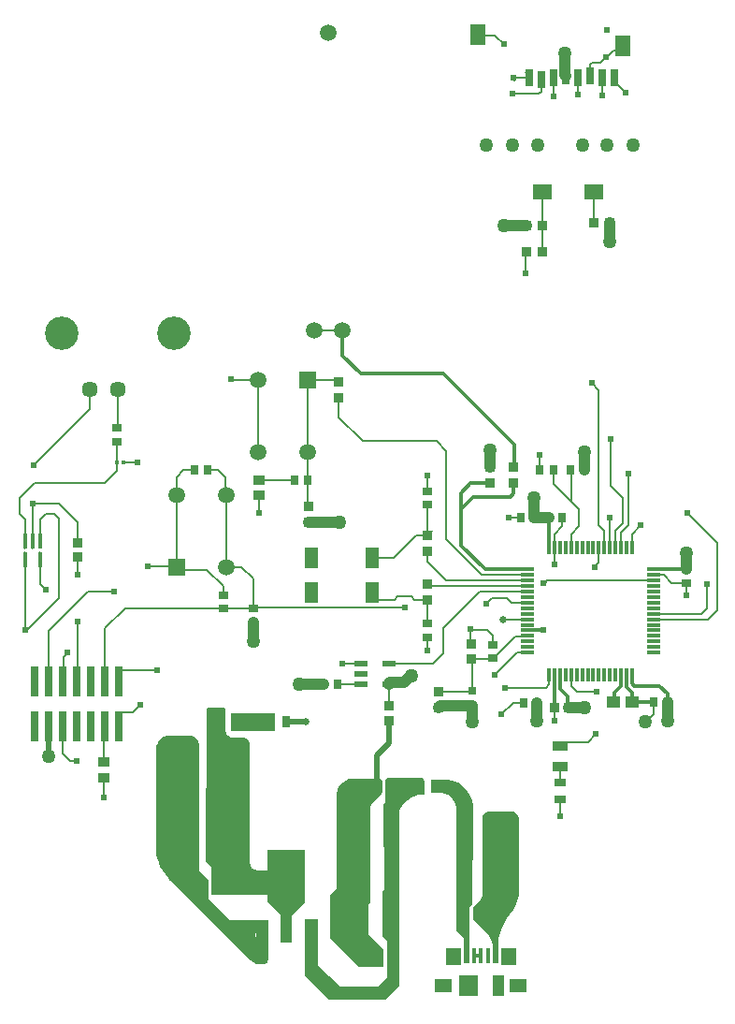
<source format=gtl>
G04*
G04 #@! TF.GenerationSoftware,Altium Limited,Altium Designer,23.8.1 (32)*
G04*
G04 Layer_Physical_Order=1*
G04 Layer_Color=255*
%FSLAX25Y25*%
%MOIN*%
G70*
G04*
G04 #@! TF.SameCoordinates,E8196DF9-6BE1-4897-A204-F033BB6E7C32*
G04*
G04*
G04 #@! TF.FilePolarity,Positive*
G04*
G01*
G75*
%ADD10C,0.00787*%
%ADD15R,0.02913X0.10984*%
%ADD16R,0.01417X0.01260*%
%ADD17R,0.03740X0.03150*%
%ADD18R,0.05512X0.07480*%
%ADD19R,0.07087X0.05512*%
%ADD20R,0.03150X0.05906*%
%ADD21R,0.04724X0.01181*%
%ADD22R,0.01181X0.04724*%
%ADD23R,0.01181X0.04724*%
%ADD24R,0.03347X0.03543*%
%ADD25R,0.03591X0.03772*%
%ADD26R,0.04134X0.03543*%
%ADD27R,0.02953X0.03543*%
%ADD28R,0.03788X0.03681*%
%ADD29R,0.03772X0.03591*%
%ADD30R,0.03681X0.03788*%
%ADD31R,0.03543X0.02953*%
%ADD32R,0.03150X0.03740*%
%ADD33R,0.04724X0.10630*%
%ADD34R,0.04882X0.10748*%
%ADD35R,0.03543X0.05512*%
%ADD36R,0.02953X0.03937*%
G04:AMPARAMS|DCode=37|XSize=35.43mil|YSize=68.9mil|CornerRadius=1.95mil|HoleSize=0mil|Usage=FLASHONLY|Rotation=180.000|XOffset=0mil|YOffset=0mil|HoleType=Round|Shape=RoundedRectangle|*
%AMROUNDEDRECTD37*
21,1,0.03543,0.06500,0,0,180.0*
21,1,0.03154,0.06890,0,0,180.0*
1,1,0.00390,-0.01577,0.03250*
1,1,0.00390,0.01577,0.03250*
1,1,0.00390,0.01577,-0.03250*
1,1,0.00390,-0.01577,-0.03250*
%
%ADD37ROUNDEDRECTD37*%
G04:AMPARAMS|DCode=38|XSize=125.98mil|YSize=68.9mil|CornerRadius=2.07mil|HoleSize=0mil|Usage=FLASHONLY|Rotation=180.000|XOffset=0mil|YOffset=0mil|HoleType=Round|Shape=RoundedRectangle|*
%AMROUNDEDRECTD38*
21,1,0.12598,0.06476,0,0,180.0*
21,1,0.12185,0.06890,0,0,180.0*
1,1,0.00413,-0.06093,0.03238*
1,1,0.00413,0.06093,0.03238*
1,1,0.00413,0.06093,-0.03238*
1,1,0.00413,-0.06093,-0.03238*
%
%ADD38ROUNDEDRECTD38*%
%ADD39R,0.01772X0.05433*%
%ADD40R,0.05610X0.06102*%
%ADD41R,0.03937X0.07480*%
%ADD42R,0.07087X0.07480*%
%ADD43R,0.06496X0.05118*%
%ADD44R,0.03543X0.03347*%
%ADD45R,0.01480X0.05764*%
G04:AMPARAMS|DCode=46|XSize=57.64mil|YSize=14.8mil|CornerRadius=7.4mil|HoleSize=0mil|Usage=FLASHONLY|Rotation=270.000|XOffset=0mil|YOffset=0mil|HoleType=Round|Shape=RoundedRectangle|*
%AMROUNDEDRECTD46*
21,1,0.05764,0.00000,0,0,270.0*
21,1,0.04284,0.01480,0,0,270.0*
1,1,0.01480,0.00000,-0.02142*
1,1,0.01480,0.00000,0.02142*
1,1,0.01480,0.00000,0.02142*
1,1,0.01480,0.00000,-0.02142*
%
%ADD46ROUNDEDRECTD46*%
%ADD47R,0.05118X0.07480*%
%ADD48R,0.02559X0.02756*%
%ADD49R,0.04921X0.04331*%
%ADD50R,0.04724X0.02362*%
%ADD51R,0.02756X0.02559*%
%ADD52R,0.05512X0.03543*%
%ADD53R,0.03937X0.02953*%
%ADD77C,0.03937*%
%ADD78C,0.01968*%
%ADD79C,0.01181*%
%ADD80C,0.05693*%
%ADD81C,0.11870*%
%ADD82C,0.05984*%
%ADD83C,0.05906*%
%ADD84R,0.05906X0.05906*%
%ADD85C,0.05000*%
%ADD86C,0.02400*%
%ADD87C,0.02500*%
G36*
X362992Y241732D02*
X347244D01*
Y248031D01*
X362992D01*
Y241732D01*
D02*
G37*
G36*
X332283Y240158D02*
X332632Y240158D01*
X333317Y240021D01*
X333962Y239754D01*
X334542Y239366D01*
X335036Y238873D01*
X335423Y238293D01*
X335691Y237648D01*
X335804Y237079D01*
X335827Y236616D01*
Y236614D01*
X335827Y236614D01*
X335827Y236614D01*
Y192126D01*
X339370Y188583D01*
Y181890D01*
X346850Y174409D01*
X360630D01*
X360630Y160630D01*
X360630Y160238D01*
X360330Y159515D01*
X359776Y158961D01*
X359122Y158690D01*
X358661Y158661D01*
X358661Y158661D01*
Y158661D01*
X357806D01*
X357261Y158661D01*
X356190Y158874D01*
X355182Y159292D01*
X354275Y159898D01*
X353889Y160284D01*
X353889Y160284D01*
X325340Y188833D01*
X324763Y189410D01*
X323727Y190673D01*
X322820Y192030D01*
X322050Y193471D01*
X321425Y194979D01*
X320951Y196542D01*
X320633Y198143D01*
X320472Y199768D01*
Y200585D01*
X320472Y235039D01*
X320472Y235543D01*
X320669Y236532D01*
X321055Y237464D01*
X321615Y238302D01*
X322328Y239015D01*
X323166Y239575D01*
X324098Y239961D01*
X325086Y240157D01*
X325590Y240157D01*
X325591Y240158D01*
X332283Y240158D01*
D02*
G37*
G36*
X414961Y225197D02*
X415196Y225197D01*
X415630Y225017D01*
X415962Y224685D01*
X416048Y224477D01*
X416142Y224016D01*
X416142Y224016D01*
X416142Y224016D01*
X416142Y219070D01*
X415434Y219061D01*
X414030Y218889D01*
X412666Y218514D01*
X411371Y217945D01*
X410173Y217193D01*
X409098Y216274D01*
X408167Y215209D01*
X407402Y214019D01*
X407087Y213386D01*
X407087D01*
X407087Y213386D01*
X407087Y213386D01*
X407087Y212916D01*
X407087Y212895D01*
Y212346D01*
Y183858D01*
Y150787D01*
X402362Y146063D01*
X382283D01*
X373622Y154724D01*
Y174803D01*
X378346D01*
X378346Y158002D01*
X386225Y150787D01*
X399606D01*
X402756Y153937D01*
Y166929D01*
X401181Y168504D01*
Y184646D01*
X401968Y185433D01*
Y200394D01*
X401575Y200787D01*
X401575Y215748D01*
X402362Y216535D01*
X402362Y224016D01*
X402362Y224251D01*
X402542Y224685D01*
X402874Y225017D01*
X403308Y225197D01*
X403543D01*
X403543Y225197D01*
X414961Y225197D01*
D02*
G37*
G36*
X344488Y250000D02*
X344645Y250000D01*
X344934Y249880D01*
X345156Y249659D01*
X345276Y249369D01*
X345275Y249213D01*
X345275D01*
X345276Y242126D01*
X345289Y241856D01*
X345394Y241326D01*
X345601Y240827D01*
X345901Y240378D01*
X346283Y239996D01*
X346732Y239696D01*
X347231Y239489D01*
X347761Y239383D01*
X348031Y239370D01*
X351575Y239370D01*
X352045Y239370D01*
X352913Y239010D01*
X353577Y238346D01*
X353937Y237478D01*
X353937Y237008D01*
X353937Y237008D01*
X353937Y237008D01*
X353937Y235187D01*
X353937Y194882D01*
X353950Y194612D01*
X354056Y194082D01*
X354262Y193583D01*
X354562Y193133D01*
X354944Y192752D01*
X355394Y192451D01*
X355893Y192245D01*
X356423Y192139D01*
X356693Y192126D01*
X360236D01*
Y199213D01*
X373622D01*
Y194095D01*
Y180709D01*
X368898Y176207D01*
Y166535D01*
X364961D01*
Y176450D01*
X360236Y180709D01*
Y183465D01*
X340158D01*
Y193307D01*
X338189Y195276D01*
Y221260D01*
X338583Y221654D01*
Y249369D01*
X338703Y249659D01*
X338924Y249880D01*
X339213Y250000D01*
X339370D01*
X339370Y250000D01*
X344488Y250000D01*
D02*
G37*
G36*
X423228Y224409D02*
X424236Y224410D01*
X426214Y224016D01*
X428077Y223244D01*
X429753Y222124D01*
X431179Y220698D01*
X432300Y219022D01*
X433071Y217159D01*
X433464Y215181D01*
X433464Y214173D01*
X433464Y214173D01*
X433465Y214173D01*
Y196063D01*
X433071Y195669D01*
Y179921D01*
X432283Y179134D01*
Y164567D01*
Y159055D01*
X430315D01*
Y168110D01*
X427559Y170866D01*
X427559Y183858D01*
X427559Y214173D01*
X427486Y214696D01*
X427206Y215713D01*
X426756Y216666D01*
X426149Y217529D01*
X425403Y218275D01*
X424540Y218882D01*
X423587Y219332D01*
X422570Y219612D01*
X422047Y219685D01*
X422047Y219685D01*
X422047Y219685D01*
X418504Y219685D01*
Y224410D01*
X423228Y224409D01*
D02*
G37*
G36*
X439370Y212992D02*
X447244Y212992D01*
X447244Y212992D01*
X447244Y212992D01*
X447245D01*
X447707Y212954D01*
X448048Y212886D01*
X448550Y212678D01*
X449001Y212377D01*
X449385Y211993D01*
X449686Y211542D01*
X449894Y211040D01*
X450000Y210508D01*
X450000Y210236D01*
X450000Y187008D01*
X450000Y183071D01*
X450000Y183071D01*
X449689Y182035D01*
X448853Y180039D01*
X447812Y178142D01*
X446578Y176365D01*
X445871Y175546D01*
X445871Y175546D01*
X445209Y174528D01*
X444084Y172377D01*
X443237Y170102D01*
X442684Y167739D01*
X442520Y166535D01*
X442520Y159055D01*
X440551D01*
Y164471D01*
X440551Y164471D01*
X440551Y164471D01*
X440513Y165239D01*
X440214Y166746D01*
X439626Y168165D01*
X438773Y169441D01*
X438257Y170011D01*
X433465Y174803D01*
Y179134D01*
X436057Y181727D01*
X436057Y181727D01*
X436057Y181727D01*
X436271Y181963D01*
X436352Y182083D01*
X436625Y182492D01*
X436868Y183079D01*
X436992Y183703D01*
X437008Y184021D01*
X437008Y210159D01*
X437008Y210630D01*
X437008Y210630D01*
X437008Y210630D01*
X437008Y210630D01*
X437008Y211100D01*
X437367Y211968D01*
X438032Y212633D01*
X438900Y212992D01*
X439370Y212992D01*
D02*
G37*
G36*
X400000Y224803D02*
X400235Y224803D01*
X400669Y224623D01*
X401001Y224291D01*
X401089Y224079D01*
X401181Y223622D01*
Y223622D01*
X401181Y223622D01*
X401181Y223622D01*
X401181Y220636D01*
X401181Y220409D01*
X401093Y219966D01*
X400920Y219549D01*
X400801Y219371D01*
X400509Y219013D01*
X400509Y219013D01*
X400509Y219013D01*
X397801Y216305D01*
X397587Y216069D01*
X397234Y215540D01*
X396990Y214952D01*
X396866Y214328D01*
X396850Y214010D01*
Y180709D01*
X396063Y179921D01*
Y169291D01*
X401575Y163779D01*
Y157874D01*
X392913D01*
X382677Y168110D01*
Y183465D01*
X385039Y185827D01*
Y218898D01*
Y219479D01*
X385266Y220620D01*
X385712Y221695D01*
X386358Y222662D01*
X387180Y223485D01*
X388147Y224131D01*
X389222Y224576D01*
X390363Y224803D01*
X390945D01*
X390945Y224803D01*
X400000Y224803D01*
D02*
G37*
%LPC*%
G36*
X357874Y171285D02*
X357525Y171216D01*
X357230Y171018D01*
X356049Y169837D01*
X355851Y169542D01*
X355782Y169193D01*
X355851Y168844D01*
X356049Y168549D01*
X356344Y168351D01*
X356693Y168282D01*
X357042Y168351D01*
X357337Y168549D01*
X358518Y169730D01*
X358716Y170025D01*
X358785Y170374D01*
X358716Y170723D01*
X358518Y171018D01*
X358223Y171216D01*
X357874Y171285D01*
D02*
G37*
G36*
X404331Y191856D02*
X403982Y191787D01*
X403686Y191589D01*
X403489Y191294D01*
X403419Y190945D01*
X403489Y190596D01*
X403686Y190301D01*
X404080Y189907D01*
X404376Y189709D01*
X404724Y189640D01*
X405073Y189709D01*
X405369Y189907D01*
X405566Y190202D01*
X405636Y190551D01*
X405566Y190900D01*
X405369Y191195D01*
X404975Y191589D01*
X404679Y191787D01*
X404331Y191856D01*
D02*
G37*
G36*
X404724Y176226D02*
X404376Y176157D01*
X404080Y175959D01*
X403568Y175447D01*
X403371Y175152D01*
X403301Y174803D01*
X403371Y174454D01*
X403568Y174159D01*
X403686Y174041D01*
X403982Y173843D01*
X404331Y173774D01*
X404679Y173843D01*
X404975Y174041D01*
X405173Y174336D01*
X405207Y174509D01*
X405369Y174671D01*
X405566Y174966D01*
X405636Y175315D01*
X405566Y175664D01*
X405369Y175959D01*
X405073Y176157D01*
X404724Y176226D01*
D02*
G37*
%LPD*%
D10*
X287244Y233622D02*
X289764Y231102D01*
X292126D01*
Y243189D02*
X292244Y243307D01*
X282244Y259331D02*
Y277520D01*
X287244Y233622D02*
Y243307D01*
X287402Y267893D02*
X288976Y269467D01*
X287402Y259488D02*
Y267893D01*
X288976Y269467D02*
Y269685D01*
X292520Y259606D02*
Y280709D01*
X292244Y259331D02*
X292520Y259606D01*
X287244Y259331D02*
X287402Y259488D01*
X272047Y318898D02*
Y324803D01*
X277165Y329921D01*
X302362D01*
X272047Y318898D02*
X274016Y316929D01*
Y309213D02*
Y316929D01*
X308898Y337402D02*
X313779D01*
X302362Y329921D02*
X306693Y334252D01*
Y337402D01*
Y344685D01*
X306772Y349685D02*
Y363465D01*
X306693Y349606D02*
X306772Y349685D01*
X412705Y288476D02*
X417323D01*
X399803D02*
X405512D01*
X411524Y289657D02*
X412705Y288476D01*
X406693Y289657D02*
X411524D01*
X405512Y288476D02*
X406693Y289657D01*
X355512Y285827D02*
X409055D01*
X309449Y285433D02*
X355118D01*
X355118Y285433D02*
X355512Y285827D01*
X432677Y272835D02*
Y277953D01*
X357087Y319291D02*
Y325590D01*
X301969Y218110D02*
Y225197D01*
X347342Y366831D02*
X356791D01*
X356890Y366732D01*
X347244Y366929D02*
X347342Y366831D01*
X317717Y300394D02*
X327559D01*
X399213Y222047D02*
X399213Y222047D01*
X509449Y290158D02*
Y294488D01*
X509449Y294488D02*
X509449Y294488D01*
X501575Y297244D02*
X504331Y294488D01*
X509449D01*
X498031Y297244D02*
X501575D01*
X475219Y475317D02*
Y479156D01*
X478839Y479724D02*
X480807Y481693D01*
X475787Y479724D02*
X478839D01*
X475098Y475197D02*
X475219Y475317D01*
Y479156D02*
X475787Y479724D01*
X481244Y481693D02*
X483434Y483883D01*
X480807Y481693D02*
X481244D01*
X483434Y483883D02*
X485163D01*
X486909Y485630D01*
X510039Y319291D02*
X520472Y308858D01*
Y284646D02*
Y308858D01*
X517323Y281496D02*
X520472Y284646D01*
X417323Y288476D02*
X417323Y288476D01*
Y279921D02*
Y288476D01*
X397638Y290642D02*
X399803Y288476D01*
X397638Y290642D02*
Y290945D01*
X446063Y317717D02*
X450394D01*
X462598Y311811D02*
X465354Y314567D01*
X462598Y307087D02*
Y311811D01*
X465354Y314567D02*
Y317717D01*
X468504Y311811D02*
X471260Y314567D01*
Y320571D01*
X468504Y323327D02*
X471260Y320571D01*
X468504Y307087D02*
X468504Y307087D01*
Y311811D01*
X424016Y295276D02*
X452756D01*
X417323Y301969D02*
X424016Y295276D01*
X436614Y297244D02*
X452756D01*
X423917Y309941D02*
X436614Y297244D01*
X423917Y309941D02*
Y341437D01*
X417323Y301969D02*
Y305799D01*
X345472Y300197D02*
Y325787D01*
X374606Y341142D02*
Y366732D01*
X376890Y384409D02*
X386890D01*
X494882Y244980D02*
X495385D01*
X498032Y247627D01*
Y251969D01*
X462451Y250148D02*
X462598Y250000D01*
Y245276D02*
Y250000D01*
X483760Y473032D02*
X484941Y471850D01*
X485138D02*
X487992Y468996D01*
X484941Y471850D02*
X485138D01*
X483760Y473032D02*
Y474803D01*
X435169Y489536D02*
X441074D01*
X444390Y486221D01*
X435138Y489567D02*
X435169Y489536D01*
X468504Y323327D02*
Y334055D01*
X462205Y329626D02*
Y334646D01*
Y329626D02*
X468504Y323327D01*
X420472Y344882D02*
X423917Y341437D01*
X457087Y334646D02*
Y340158D01*
Y334646D02*
X457087Y334646D01*
X478346Y314961D02*
Y363189D01*
Y314961D02*
X480315Y312992D01*
X475984Y365551D02*
X478346Y363189D01*
X296772Y356221D02*
Y363465D01*
X276772Y336221D02*
X296772Y356221D01*
X276689Y322752D02*
X285910D01*
X276673Y322736D02*
X276689Y322752D01*
X276673Y309312D02*
Y322736D01*
X276575Y309213D02*
X276673Y309312D01*
X285827Y288976D02*
Y317323D01*
X281102Y318898D02*
X284252D01*
X279134Y309213D02*
Y316929D01*
X281102Y318898D01*
X284252D02*
X285827Y317323D01*
X274410Y277559D02*
X285827Y288976D01*
X307244Y262323D02*
X308307Y263386D01*
X307244Y259331D02*
Y262323D01*
X308307Y263386D02*
X320866D01*
X394094Y344882D02*
X420472D01*
X385638Y353339D02*
Y360425D01*
Y353339D02*
X394094Y344882D01*
X374606Y366732D02*
X385055D01*
X386221Y365567D01*
X356890Y341142D02*
Y366732D01*
X374508Y321949D02*
X374803Y321654D01*
X374606Y331299D02*
Y341142D01*
X374508Y321949D02*
Y331201D01*
X374606Y331299D01*
X357185Y331201D02*
X369783D01*
X357087Y331102D02*
X357185Y331201D01*
X488976Y315189D02*
Y333465D01*
X486221Y312433D02*
X488976Y315189D01*
X493307Y314961D02*
X493307D01*
X490157Y311811D02*
X493307Y314961D01*
X452362Y404823D02*
Y412205D01*
X482677Y328928D02*
X487008Y324598D01*
X482677Y328928D02*
Y345571D01*
X452362Y412205D02*
X452457Y412299D01*
X483760Y474803D02*
X484941Y475984D01*
X479429Y468209D02*
Y474409D01*
X452264Y476292D02*
X453445Y475111D01*
X458169Y421850D02*
Y433858D01*
X476552Y433737D02*
X476673Y433858D01*
X476552Y422835D02*
Y433737D01*
X470768Y474409D02*
X470768Y474409D01*
X447736Y474311D02*
X453346D01*
X447736Y473917D02*
Y474311D01*
Y473917D02*
X448130Y473524D01*
X447638Y468701D02*
X457019D01*
X470768Y468286D02*
Y474409D01*
X453445Y474409D02*
Y475111D01*
X453346Y474311D02*
X453445Y474409D01*
X462106Y467815D02*
Y474409D01*
X457019Y468701D02*
X457776Y469457D01*
Y473622D01*
X458169Y412311D02*
X458181Y412299D01*
X458169Y412311D02*
Y421850D01*
X338681Y299114D02*
X344488Y293307D01*
X327756Y300197D02*
X328839Y299114D01*
X338681D01*
X344488Y290158D02*
Y293307D01*
X459449Y257087D02*
X460622Y258260D01*
Y261803D01*
X460630Y261811D01*
X468504Y257776D02*
X470472Y255807D01*
X468504Y257776D02*
Y261811D01*
X468504Y261811D01*
X447835Y251870D02*
X451476D01*
X443701Y247736D02*
X447835Y251870D01*
X470472Y255807D02*
X477461D01*
X477362Y240748D02*
Y240846D01*
X474409Y237795D02*
X477362Y240748D01*
X465945Y237795D02*
X474409D01*
X464567Y236417D02*
X465945Y237795D01*
X459885Y295276D02*
X498031D01*
X459098Y294488D02*
X459885Y295276D01*
X458661Y294488D02*
X459098D01*
X302244Y278228D02*
X309449Y285433D01*
X302244Y259331D02*
Y278228D01*
X296063Y291339D02*
X305512D01*
X282244Y277520D02*
X296063Y291339D01*
X478346Y301793D02*
Y307087D01*
X476772Y300000D02*
Y300218D01*
X478346Y301793D01*
X478346Y307087D02*
X478346Y307087D01*
X438189Y287008D02*
X440158Y288976D01*
X438189Y287008D02*
Y287008D01*
X444095Y281496D02*
X452756D01*
X452756Y281496D01*
X444095Y281496D02*
X444095Y281496D01*
X462598Y301181D02*
Y307086D01*
X462598Y301181D02*
X462598Y301181D01*
X417323Y270472D02*
Y275197D01*
X387008Y265748D02*
X393701D01*
X490157Y307087D02*
Y311811D01*
X292520Y297244D02*
Y303740D01*
X279134Y294094D02*
X281102Y292126D01*
X279134Y294094D02*
Y302756D01*
X274016Y277559D02*
X274410D01*
X274016Y277559D02*
Y302756D01*
X274016Y277559D02*
X274016Y277559D01*
X285910Y322752D02*
X292520Y316142D01*
Y308858D02*
Y316142D01*
X486221Y307086D02*
Y312433D01*
X307244Y243307D02*
Y247342D01*
X308307Y248406D01*
X312185D01*
X314961Y251181D01*
X444882Y257087D02*
X459449D01*
X301969Y243032D02*
X302244Y243307D01*
X301969Y230709D02*
Y243032D01*
X435827Y291339D02*
X452756D01*
X422835Y269291D02*
Y278346D01*
X435827Y291339D01*
X418216Y293307D02*
X452756D01*
X385622Y366134D02*
X385638Y366150D01*
X330315Y334646D02*
X334252D01*
X327756Y332087D02*
X330315Y334646D01*
X327756Y325787D02*
Y332087D01*
X327559Y300394D02*
X327756Y300197D01*
Y325787D01*
X355118Y285433D02*
Y296063D01*
X350984Y300197D02*
X355118Y296063D01*
X345472Y300197D02*
X350984D01*
X355118Y285433D02*
X355118Y285433D01*
X345276Y325984D02*
X345472Y325787D01*
X345276Y325984D02*
Y331890D01*
X342520Y334646D02*
X345276Y331890D01*
X338976Y334646D02*
X342520D01*
X432983Y277647D02*
X438495D01*
X440551Y272441D02*
Y275591D01*
X438495Y277647D02*
X440551Y275591D01*
X432677Y277953D02*
X432983Y277647D01*
X432874Y267520D02*
X433071Y267323D01*
X432874Y267520D02*
X440354D01*
X440846Y267717D02*
X448524Y275394D01*
X452559D01*
X452756Y275590D01*
X441339Y261811D02*
X449213Y269685D01*
X452756D01*
X452756Y269685D01*
X403543Y265748D02*
X419291D01*
X422835Y269291D01*
X432677Y272835D02*
X432874Y272638D01*
X433071Y255906D02*
Y267323D01*
X418725Y312925D02*
X418815D01*
X413098Y311524D02*
X417323D01*
X417323Y322441D02*
X417323Y322441D01*
Y311524D02*
Y322441D01*
X405118Y303543D02*
X413098Y311524D01*
X397638Y303543D02*
X405118D01*
X450394Y317717D02*
X450394Y317717D01*
X417323Y327165D02*
Y332677D01*
X385236Y258268D02*
X393701D01*
X385236Y258268D02*
X385236Y258268D01*
X440158Y288976D02*
X445669D01*
X447244Y287402D02*
X452756D01*
X445669Y288976D02*
X447244Y287402D01*
X417323Y294201D02*
X418216Y293307D01*
X464567Y211417D02*
Y217323D01*
X366732Y244882D02*
X366732Y244882D01*
X404213Y174803D02*
X404724Y175315D01*
X404213Y174803D02*
X404331Y174685D01*
X516929Y285465D02*
Y294094D01*
X514929Y283465D02*
X516929Y285465D01*
X498032Y281496D02*
X517323D01*
X356693Y169193D02*
X357874Y170374D01*
X464567Y223228D02*
Y228937D01*
X421260Y255618D02*
X432784D01*
X433071Y255906D01*
X274016Y302756D02*
X274016Y302756D01*
X404331Y190945D02*
X404724Y190551D01*
X403543Y250590D02*
Y258268D01*
X498032Y283465D02*
X514929D01*
X484252Y312992D02*
X487008Y315748D01*
X480315Y312008D02*
Y312992D01*
X480315Y312008D02*
X480315Y312008D01*
X480315Y307086D02*
Y312008D01*
X484252Y307086D02*
Y312992D01*
X482283Y307086D02*
Y317622D01*
X487008Y315748D02*
Y324598D01*
D15*
X307244Y259331D02*
D03*
Y243307D02*
D03*
X302244Y259331D02*
D03*
Y243307D02*
D03*
X297244Y259331D02*
D03*
Y243307D02*
D03*
X292244Y259331D02*
D03*
Y243307D02*
D03*
X287244Y259331D02*
D03*
Y243307D02*
D03*
X282244Y259331D02*
D03*
Y243307D02*
D03*
X277244Y259331D02*
D03*
Y243307D02*
D03*
D16*
X308898Y337402D02*
D03*
X306693D02*
D03*
D17*
Y349606D02*
D03*
Y344685D02*
D03*
X355118Y285433D02*
D03*
Y280315D02*
D03*
D18*
X486909Y485630D02*
D03*
X435138Y489567D02*
D03*
D19*
X458169Y433858D02*
D03*
X476673D02*
D03*
D20*
X483760Y474409D02*
D03*
X479429D02*
D03*
X475098Y475197D02*
D03*
X470768Y474409D02*
D03*
X466437Y475197D02*
D03*
X462106Y474409D02*
D03*
X457776Y473622D02*
D03*
X453445Y474409D02*
D03*
D21*
X452756Y299213D02*
D03*
Y297244D02*
D03*
Y295276D02*
D03*
Y293307D02*
D03*
Y291339D02*
D03*
Y289370D02*
D03*
Y287402D02*
D03*
Y285433D02*
D03*
Y283465D02*
D03*
Y281496D02*
D03*
Y279528D02*
D03*
Y277559D02*
D03*
Y275591D02*
D03*
Y273622D02*
D03*
Y271654D02*
D03*
Y269685D02*
D03*
X498031D02*
D03*
Y271654D02*
D03*
Y273622D02*
D03*
Y275591D02*
D03*
Y277559D02*
D03*
Y279528D02*
D03*
Y281496D02*
D03*
Y283465D02*
D03*
Y285433D02*
D03*
Y287402D02*
D03*
Y289370D02*
D03*
Y291339D02*
D03*
Y293307D02*
D03*
Y295276D02*
D03*
Y297244D02*
D03*
Y299213D02*
D03*
D22*
X460630Y261811D02*
D03*
X462598D02*
D03*
X464567D02*
D03*
X466535D02*
D03*
X468504D02*
D03*
X470472D02*
D03*
X472441D02*
D03*
X474409D02*
D03*
X476378D02*
D03*
X478346D02*
D03*
X480315D02*
D03*
X482283D02*
D03*
X484252D02*
D03*
X486220D02*
D03*
X488189D02*
D03*
X490157D02*
D03*
Y307087D02*
D03*
X488189D02*
D03*
X486220D02*
D03*
X484252D02*
D03*
X482283D02*
D03*
X480315D02*
D03*
X478346D02*
D03*
X476378D02*
D03*
X472441D02*
D03*
X470472D02*
D03*
X468504D02*
D03*
X466535D02*
D03*
X464567D02*
D03*
X462598D02*
D03*
X460630D02*
D03*
D23*
X474409D02*
D03*
D24*
X462451Y250148D02*
D03*
X467569D02*
D03*
X399213Y222047D02*
D03*
X404331D02*
D03*
X430315Y177165D02*
D03*
X435433D02*
D03*
D25*
X448032Y329982D02*
D03*
Y335707D02*
D03*
X421260Y249894D02*
D03*
Y255618D02*
D03*
X417323Y305799D02*
D03*
Y311524D02*
D03*
X385638Y360425D02*
D03*
Y366150D02*
D03*
X417323Y288476D02*
D03*
Y294201D02*
D03*
X439567Y335646D02*
D03*
Y329921D02*
D03*
D26*
X357087Y331102D02*
D03*
Y325590D02*
D03*
X301969Y230709D02*
D03*
Y225197D02*
D03*
D27*
X369783Y331201D02*
D03*
X374508D02*
D03*
X450394Y317717D02*
D03*
X455118D02*
D03*
X337402Y186614D02*
D03*
X342126D02*
D03*
X399606Y161024D02*
D03*
X404331D02*
D03*
X456201Y251870D02*
D03*
X451476D02*
D03*
X502756Y251969D02*
D03*
X498032D02*
D03*
X334252Y334646D02*
D03*
X338976D02*
D03*
X465354Y317717D02*
D03*
X460630D02*
D03*
D28*
X374803Y321654D02*
D03*
Y316020D02*
D03*
D29*
X458181Y412299D02*
D03*
X452457D02*
D03*
X452445Y421850D02*
D03*
X458169D02*
D03*
D30*
X476552Y422835D02*
D03*
X482185D02*
D03*
D31*
X509449Y294488D02*
D03*
Y299213D02*
D03*
X440551Y267717D02*
D03*
Y272441D02*
D03*
X417323Y279921D02*
D03*
Y275197D02*
D03*
X344488Y290158D02*
D03*
Y285433D02*
D03*
X417323Y327165D02*
D03*
Y322441D02*
D03*
D32*
X473228Y334646D02*
D03*
X468110D02*
D03*
X380118Y258268D02*
D03*
X385236D02*
D03*
X462205Y334646D02*
D03*
X457087D02*
D03*
D33*
X404331Y206299D02*
D03*
X394094D02*
D03*
X331890Y215748D02*
D03*
X342126D02*
D03*
X342126Y231102D02*
D03*
X331890D02*
D03*
X440945Y190157D02*
D03*
X430709D02*
D03*
X394488Y190551D02*
D03*
X404724D02*
D03*
D34*
X404213Y174803D02*
D03*
X392520D02*
D03*
X330433Y200394D02*
D03*
X342126D02*
D03*
X442067Y206299D02*
D03*
X430374D02*
D03*
D35*
X349606Y244882D02*
D03*
X342126D02*
D03*
D36*
X366732D02*
D03*
X360827D02*
D03*
D37*
X357874Y170374D02*
D03*
X366929D02*
D03*
X375984D02*
D03*
D38*
X366929Y194980D02*
D03*
D39*
X441437Y161653D02*
D03*
X438878D02*
D03*
X436319D02*
D03*
X433760D02*
D03*
X431201D02*
D03*
D40*
X446112Y161319D02*
D03*
X426525D02*
D03*
D41*
X442421Y151181D02*
D03*
D42*
X431791D02*
D03*
D43*
X449606D02*
D03*
X423032D02*
D03*
D44*
X292520Y308858D02*
D03*
Y303740D02*
D03*
X403543Y250590D02*
D03*
Y245473D02*
D03*
X432874Y267520D02*
D03*
Y272638D02*
D03*
D45*
X279134Y309213D02*
D03*
D46*
X276575D02*
D03*
X274016D02*
D03*
Y302756D02*
D03*
X279134D02*
D03*
D47*
X397638Y290945D02*
D03*
Y303543D02*
D03*
X375984Y290945D02*
D03*
Y303543D02*
D03*
D48*
X414764Y222047D02*
D03*
X420079D02*
D03*
D49*
X490158Y251969D02*
D03*
X483465D02*
D03*
D50*
X403543Y265748D02*
D03*
Y258268D02*
D03*
X393701D02*
D03*
Y262008D02*
D03*
Y265748D02*
D03*
D51*
X433071Y255906D02*
D03*
Y250591D02*
D03*
D52*
X464567Y228937D02*
D03*
Y236417D02*
D03*
D53*
Y223228D02*
D03*
Y217323D02*
D03*
D77*
X444685Y421850D02*
X452445D01*
X371654Y258268D02*
X380118D01*
X403937Y259055D02*
X408768D01*
X411130Y261417D02*
X411417D01*
X403543Y258268D02*
Y258661D01*
X403937Y259055D01*
X408768D02*
X411130Y261417D01*
X355118Y273622D02*
Y280315D01*
X374803Y316020D02*
X385705D01*
X385827Y316142D01*
X482185Y416240D02*
X482283Y416142D01*
X482185Y416240D02*
Y422835D01*
X509449Y299213D02*
Y305118D01*
X509449Y305118D01*
X439567Y335646D02*
Y341732D01*
X455118Y317717D02*
Y324803D01*
Y317717D02*
X460630D01*
X502756Y245571D02*
Y251969D01*
Y245571D02*
X502854Y245472D01*
X467569Y250148D02*
X473081D01*
X473228Y250000D01*
X466388Y475246D02*
X466437Y475197D01*
X466388Y475246D02*
Y483120D01*
X466339Y483169D02*
X466388Y483120D01*
X433071Y244980D02*
Y250591D01*
X456201Y245374D02*
X456299Y245276D01*
X456201Y245374D02*
Y251870D01*
X421957Y250591D02*
X433071D01*
X421260Y249894D02*
X421957Y250591D01*
X473228Y334646D02*
Y340945D01*
D78*
X399213Y233071D02*
X403543Y237402D01*
X399213Y222047D02*
Y233071D01*
X403543Y245473D02*
X403543Y245473D01*
X403543Y237402D02*
Y245473D01*
X282264Y232697D02*
Y243287D01*
Y232697D02*
X282283Y232677D01*
X282244Y243307D02*
X282264Y243287D01*
X366732Y244882D02*
X374016D01*
X366732Y244882D02*
X366732Y244882D01*
D79*
X467224Y250148D02*
Y254183D01*
X498031Y299213D02*
X509449D01*
X429134Y326378D02*
X432677Y329921D01*
X429134Y320866D02*
Y326378D01*
Y307874D02*
Y320866D01*
X433465Y325197D01*
X429134Y307874D02*
X437795Y299213D01*
X460630Y307087D02*
Y308858D01*
X460630Y308858D02*
Y317717D01*
X460630Y308858D02*
X460630Y308858D01*
X433465Y325197D02*
X446850D01*
X448032Y326378D01*
Y329982D01*
X437795Y299213D02*
X452756D01*
X432677Y329921D02*
X439567D01*
X464567Y256841D02*
Y261811D01*
Y256841D02*
X467224Y254183D01*
X490158Y251969D02*
Y255413D01*
X488189Y257382D02*
X490158Y255413D01*
X490157Y258566D02*
X490849Y257874D01*
X500000D02*
X502756Y255118D01*
X490158Y251969D02*
X498032D01*
X490157Y258566D02*
Y261811D01*
X490849Y257874D02*
X500000D01*
X448130Y335707D02*
Y343799D01*
X422933Y368996D02*
X448130Y343799D01*
X386890Y375512D02*
X393406Y368996D01*
X422933D01*
X386890Y375512D02*
Y384409D01*
X502756Y251969D02*
Y255118D01*
X488189Y257382D02*
Y261811D01*
X483760Y255411D02*
X486220Y257871D01*
X483760Y252264D02*
Y255411D01*
X433760Y161653D02*
X436319D01*
X462451Y250148D02*
X462599Y250295D01*
X458661Y277559D02*
X458661Y277559D01*
X452756Y277559D02*
X458661D01*
X462599Y250295D02*
Y261811D01*
X486220Y257871D02*
Y261811D01*
X483465Y251969D02*
X483760Y252264D01*
D80*
X296772Y363465D02*
D03*
X306772D02*
D03*
D81*
X326772Y383465D02*
D03*
X286772D02*
D03*
D82*
X376890Y384409D02*
D03*
X381890Y490394D02*
D03*
X386890Y384409D02*
D03*
D83*
X327756Y325787D02*
D03*
X345472D02*
D03*
Y300197D02*
D03*
X356890Y366732D02*
D03*
Y341142D02*
D03*
X374606D02*
D03*
D84*
X327756Y300197D02*
D03*
X374606Y366732D02*
D03*
D85*
X444685Y421850D02*
D03*
X371654Y258268D02*
D03*
X282283Y232677D02*
D03*
X411417Y261417D02*
D03*
X355118Y273622D02*
D03*
X385827Y316142D02*
D03*
X438189Y450394D02*
D03*
X490551Y450350D02*
D03*
X481102D02*
D03*
X472441Y450394D02*
D03*
X447638D02*
D03*
X456693D02*
D03*
X482283Y416142D02*
D03*
X509449Y305118D02*
D03*
X349213Y200394D02*
D03*
Y216142D02*
D03*
X348819Y232283D02*
D03*
X439567Y341732D02*
D03*
X455118Y324803D02*
D03*
X494882Y244980D02*
D03*
X502854Y245472D02*
D03*
X473228Y250000D02*
D03*
X466339Y483169D02*
D03*
X433071Y244980D02*
D03*
X456299Y245276D02*
D03*
X473228Y340945D02*
D03*
D86*
X292126Y231102D02*
D03*
X288976Y269685D02*
D03*
X313779Y337402D02*
D03*
X409055Y285827D02*
D03*
X432677Y277953D02*
D03*
X357087Y319291D02*
D03*
X301969Y218110D02*
D03*
X347244Y366929D02*
D03*
X317717Y300394D02*
D03*
X481102Y491339D02*
D03*
X509449Y290158D02*
D03*
X480807Y481693D02*
D03*
X440945Y177165D02*
D03*
X446063Y190551D02*
D03*
X447638Y205512D02*
D03*
X446063Y317717D02*
D03*
X462598Y245276D02*
D03*
X487992Y468996D02*
D03*
X444390Y486221D02*
D03*
X457087Y340158D02*
D03*
X276772Y336221D02*
D03*
X276673Y322736D02*
D03*
X320866Y263386D02*
D03*
X510039Y319291D02*
D03*
X488976Y333465D02*
D03*
X493307Y314961D02*
D03*
X452362Y404823D02*
D03*
X475984Y365551D02*
D03*
X482677Y345571D02*
D03*
X447736Y474311D02*
D03*
X447638Y468701D02*
D03*
X462106Y467815D02*
D03*
X479429Y468209D02*
D03*
X470768Y468286D02*
D03*
X443701Y247736D02*
D03*
X477362Y240846D02*
D03*
X477461Y255807D02*
D03*
X458661Y294488D02*
D03*
X305512Y291339D02*
D03*
X476772Y300000D02*
D03*
X438189Y287008D02*
D03*
X462598Y301181D02*
D03*
X292520Y280709D02*
D03*
X417323Y270472D02*
D03*
X387008Y265748D02*
D03*
X292520Y297244D02*
D03*
X274016Y277559D02*
D03*
X314961Y251181D02*
D03*
X444882Y257087D02*
D03*
X441339Y261811D02*
D03*
X417323Y332677D02*
D03*
X458661Y277559D02*
D03*
X464567Y211417D02*
D03*
X394094Y161024D02*
D03*
X385827Y174803D02*
D03*
X387795Y206299D02*
D03*
Y190157D02*
D03*
X516929Y294094D02*
D03*
X281102Y292126D02*
D03*
X482283Y317622D02*
D03*
D87*
X374016Y244882D02*
D03*
X444095Y281496D02*
D03*
X325590Y230709D02*
D03*
X325591Y215748D02*
D03*
X323622Y200787D02*
D03*
X331496Y186614D02*
D03*
X357874Y162992D02*
D03*
M02*

</source>
